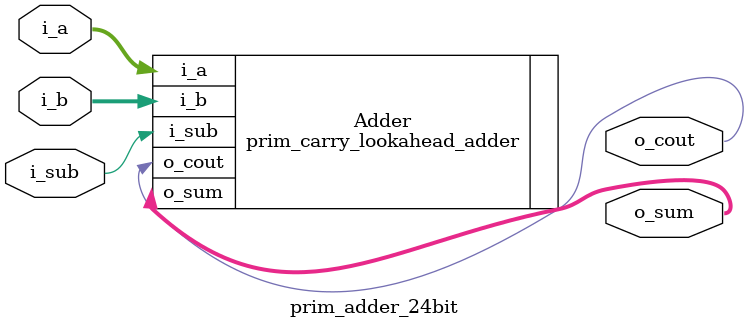
<source format=sv>
module prim_adder_24bit(
    input  logic [23:0] i_a,
    input  logic [23:0] i_b,
    input  logic        i_sub,
    output logic [23:0] o_sum,
    output logic        o_cout
);

prim_carry_lookahead_adder #(.WIDTH(24)) Adder(
    .i_a   (i_a)   ,
    .i_b   (i_b)   ,
    .i_sub (i_sub) ,
    .o_sum (o_sum) ,
    .o_cout(o_cout)
);



endmodule : prim_adder_24bit

</source>
